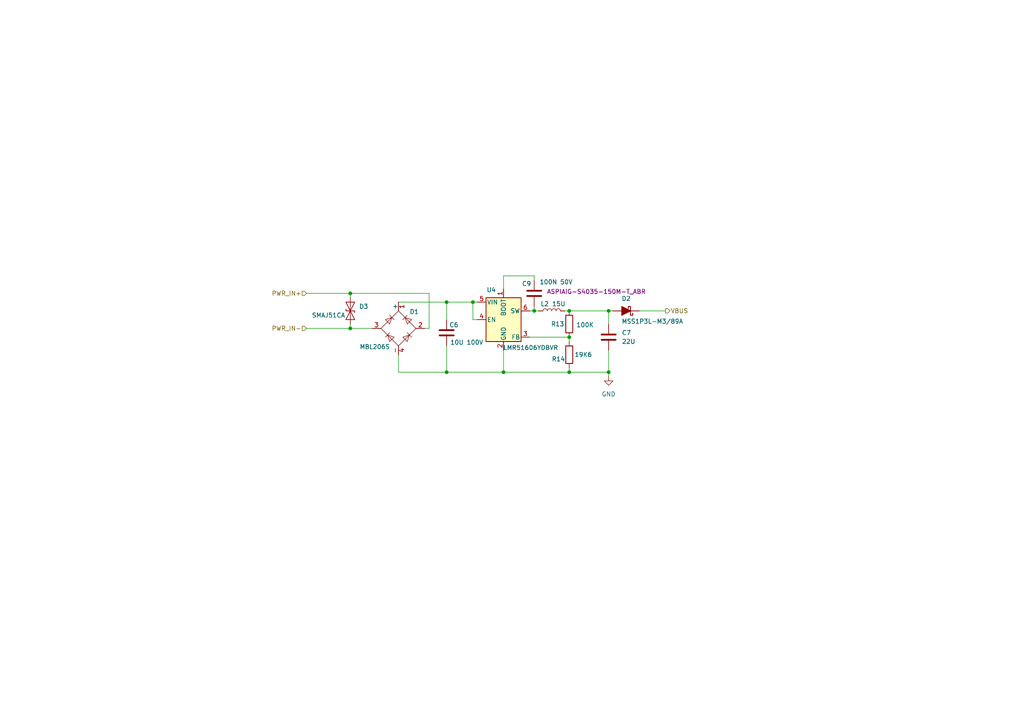
<source format=kicad_sch>
(kicad_sch (version 20250114) (generator "eeschema") (generator_version "9.0")
  (paper "A4")
  (title_block (title "Loco Decoder") (rev "1A") (company "AVED"))
  (lib_symbols
    (symbol "loco_decoder_lib:C" (pin_numbers (hide yes)) (pin_names (offset 0.254))
      (property "Reference" "C" (at 0.635 2.54 0))
      (property "Value" "C" (at 0.635 -2.54 0))
      (symbol "C_0_1"
        (polyline (pts (xy -2.032 0.762) (xy 2.032 0.762)) (stroke (width 0.508)))
        (polyline (pts (xy -2.032 -0.762) (xy 2.032 -0.762)) (stroke (width 0.508)))
      )
      (symbol "C_1_1"
        (pin passive line (at 0 3.81 270) (length 2.794) (name "~") (number "1"))
        (pin passive line (at 0 -3.81 90) (length 2.794) (name "~") (number "2"))
      )
    )
    (symbol "loco_decoder_lib:DCP3601CMR" (pin_names (offset 0.254))
      (property "Reference" "U3" (at -3.81 8.128 0))
      (property "Value" "DCP3601CMR" (at 7.62 -8.128 0))
      (symbol "DCP3601CMR_0_1"
        (rectangle (start -5.08 6.35) (end 5.08 -6.35) (stroke (width 0.254)) (fill (type background)))
      )
      (symbol "DCP3601CMR_1_1"
        (pin input line (at -7.62 5.08 0) (length 2.54) (name "VIN") (number "5"))
        (pin input line (at -7.62 0 0) (length 2.54) (name "EN") (number "4"))
        (pin passive line (at 0 8.89 270) (length 2.54) (name "BOOT") (number "1"))
        (pin passive line (at 0 -8.89 90) (length 2.54) (name "GND") (number "2"))
        (pin power_out line (at 7.62 2.54 180) (length 2.54) (name "SW") (number "6"))
        (pin passive line (at 7.62 -5.08 180) (length 2.54) (name "FB") (number "3"))
      )
    )
    (symbol "loco_decoder_lib:DF10S" (pin_names (offset 0))
      (property "Reference" "D1" (at 8.89 6.4202 0))
      (property "Value" "MBL206S" (at 8.89 3.8802 0))
      (symbol "DF10S_0_1"
        (polyline (pts (xy -5.08 0) (xy 0 -5.08) (xy 5.08 0) (xy 0 5.08) (xy -5.08 0)))
        (polyline (pts (xy -3.81 2.54) (xy -2.54 1.27) (xy -1.905 3.175) (xy -3.81 2.54)))
        (polyline (pts (xy -2.54 3.81) (xy -1.27 2.54)))
        (polyline (pts (xy -2.54 -1.27) (xy -3.81 -2.54) (xy -1.905 -3.175) (xy -2.54 -1.27)))
        (polyline (pts (xy -1.27 -2.54) (xy -2.54 -3.81)))
        (polyline (pts (xy 1.27 2.54) (xy 2.54 3.81) (xy 3.175 1.905) (xy 1.27 2.54)))
        (polyline (pts (xy 2.54 1.27) (xy 3.81 2.54)))
        (polyline (pts (xy 2.54 -1.27) (xy 3.81 -2.54)))
        (polyline (pts (xy 3.175 -1.905) (xy 1.27 -2.54) (xy 2.54 -3.81) (xy 3.175 -1.905)))
      )
      (symbol "DF10S_1_1"
        (pin passive line (at -7.62 0 0) (length 2.54) (name "-") (number "4"))
        (pin passive line (at 0 7.62 270) (length 2.54) (name "~") (number "2"))
        (pin passive line (at 0 -7.62 90) (length 2.54) (name "~") (number "3"))
        (pin passive line (at 7.62 0 180) (length 2.54) (name "+") (number "1"))
      )
    )
    (symbol "loco_decoder_lib:D_Schottky_Filled" (pin_numbers (hide yes)) (pin_names (offset 1.016) (hide yes))
      (property "Reference" "D" (at 0 2.54 0))
      (property "Value" "D_Schottky_Filled" (at 0 -2.54 0))
      (symbol "D_Schottky_Filled_0_1"
        (polyline (pts (xy -1.905 0.635) (xy -1.905 1.27) (xy -1.27 1.27) (xy -1.27 -1.27) (xy -0.635 -1.27) (xy -0.635 -0.635)) (stroke (width 0.254)))
        (polyline (pts (xy 1.27 1.27) (xy 1.27 -1.27) (xy -1.27 0) (xy 1.27 1.27)) (stroke (width 0.254)) (fill (type outline)))
        (polyline (pts (xy 1.27 0) (xy -1.27 0)))
      )
      (symbol "D_Schottky_Filled_1_1"
        (pin passive line (at -3.81 0 0) (length 2.54) (name "K") (number "2"))
        (pin passive line (at 3.81 0 180) (length 2.54) (name "A") (number "1"))
      )
    )
    (symbol "loco_decoder_lib:GND" (power) (pin_numbers (hide yes)) (pin_names (offset 0) (hide yes))
      (property "Value" "GND" (at 0 -3.81 0))
      (symbol "GND_0_1"
        (polyline (pts (xy 0 0) (xy 0 -1.27) (xy 1.27 -1.27) (xy 0 -2.54) (xy -1.27 -1.27) (xy 0 -1.27)))
      )
      (symbol "GND_1_1"
        (pin power_in line (at 0 0 270) (length 0) (name "~") (number "1"))
      )
    )
    (symbol "loco_decoder_lib:L" (pin_numbers (hide yes)) (pin_names (offset 1.016) (hide yes))
      (property "Reference" "L" (at -1.27 0 90))
      (property "Value" "L" (at 1.905 0 90))
      (symbol "L_0_1"
        (arc (start 0 2.54) (mid 0.6323 1.905) (end 0 1.27))
        (arc (start 0 1.27) (mid 0.6323 0.635) (end 0 0))
        (arc (start 0 0) (mid 0.6323 -0.635) (end 0 -1.27))
        (arc (start 0 -1.27) (mid 0.6323 -1.905) (end 0 -2.54))
      )
      (symbol "L_1_1"
        (pin passive line (at 0 3.81 270) (length 1.27) (name "1") (number "1"))
        (pin passive line (at 0 -3.81 90) (length 1.27) (name "2") (number "2"))
      )
    )
    (symbol "loco_decoder_lib:R" (pin_numbers (hide yes)) (pin_names (offset 0))
      (property "Reference" "R" (at 2.032 0 90))
      (property "Value" "R" (at 0 0 90))
      (symbol "R_0_1"
        (rectangle (start -1.016 -2.54) (end 1.016 2.54) (stroke (width 0.254)))
      )
      (symbol "R_1_1"
        (pin passive line (at 0 3.81 270) (length 1.27) (name "~") (number "1"))
        (pin passive line (at 0 -3.81 90) (length 1.27) (name "~") (number "2"))
      )
    )
    (symbol "loco_decoder_lib:SMAJ24CA" (pin_numbers (hide yes)) (pin_names (offset 1.016) (hide yes))
      (property "Reference" "D" (at 0 2.54 0))
      (property "Value" "SMAJ24CA" (at 0 -2.54 0))
      (symbol "SMAJ24CA_0_1"
        (polyline (pts (xy -2.54 -1.27) (xy 0 0) (xy -2.54 1.27) (xy -2.54 -1.27)) (stroke (width 0.2032)))
        (polyline (pts (xy 0.508 1.27) (xy 0 1.27) (xy 0 -1.27) (xy -0.508 -1.27)) (stroke (width 0.2032)))
        (polyline (pts (xy 1.27 0) (xy -1.27 0)))
        (polyline (pts (xy 2.54 1.27) (xy 2.54 -1.27) (xy 0 0) (xy 2.54 1.27)) (stroke (width 0.2032)))
      )
      (symbol "SMAJ24CA_1_1"
        (pin passive line (at -3.81 0 0) (length 2.54) (name "A1") (number "1"))
        (pin passive line (at 3.81 0 180) (length 2.54) (name "A2") (number "2"))
      )
    )
  )
  (junction (at 165.1 107.95))
  (junction (at 176.53 90.17))
  (junction (at 137.16 87.63))
  (junction (at 101.6 95.25))
  (junction (at 129.54 107.95))
  (junction (at 129.54 87.63))
  (junction (at 146.05 107.95))
  (junction (at 165.1 90.17))
  (junction (at 101.6 85.09))
  (junction (at 154.94 90.17))
  (junction (at 176.53 107.95))
  (junction (at 165.1 97.79))
  (wire (pts (xy 129.54 107.95) (xy 115.57 107.95)))
  (wire (pts (xy 176.53 90.17) (xy 177.8 90.17)))
  (wire (pts (xy 137.16 87.63) (xy 137.16 92.71)))
  (wire (pts (xy 165.1 107.95) (xy 146.05 107.95)))
  (wire (pts (xy 101.6 85.09) (xy 124.46 85.09)))
  (wire (pts (xy 115.57 102.87) (xy 115.57 107.95)))
  (wire (pts (xy 137.16 87.63) (xy 138.43 87.63)))
  (wire (pts (xy 129.54 87.63) (xy 137.16 87.63)))
  (wire (pts (xy 129.54 100.33) (xy 129.54 107.95)))
  (wire (pts (xy 146.05 107.95) (xy 146.05 101.6)))
  (wire (pts (xy 176.53 107.95) (xy 165.1 107.95)))
  (wire (pts (xy 101.6 95.25) (xy 107.95 95.25)))
  (wire (pts (xy 165.1 97.79) (xy 165.1 99.06)))
  (wire (pts (xy 154.94 90.17) (xy 156.21 90.17)))
  (wire (pts (xy 153.67 97.79) (xy 165.1 97.79)))
  (wire (pts (xy 154.94 80.01) (xy 154.94 81.28)))
  (wire (pts (xy 153.67 90.17) (xy 154.94 90.17)))
  (wire (pts (xy 129.54 92.71) (xy 129.54 87.63)))
  (wire (pts (xy 88.9 95.25) (xy 101.6 95.25)))
  (wire (pts (xy 124.46 85.09) (xy 124.46 95.25)))
  (wire (pts (xy 176.53 107.95) (xy 176.53 109.22)))
  (wire (pts (xy 185.42 90.17) (xy 193.04 90.17)))
  (wire (pts (xy 165.1 90.17) (xy 176.53 90.17)))
  (wire (pts (xy 146.05 107.95) (xy 129.54 107.95)))
  (wire (pts (xy 165.1 106.68) (xy 165.1 107.95)))
  (wire (pts (xy 124.46 95.25) (xy 123.19 95.25)))
  (wire (pts (xy 101.6 85.09) (xy 101.6 86.36)))
  (wire (pts (xy 146.05 83.82) (xy 146.05 80.01)))
  (wire (pts (xy 115.57 87.63) (xy 129.54 87.63)))
  (wire (pts (xy 176.53 93.98) (xy 176.53 90.17)))
  (wire (pts (xy 146.05 80.01) (xy 154.94 80.01)))
  (wire (pts (xy 138.43 92.71) (xy 137.16 92.71)))
  (wire (pts (xy 101.6 93.98) (xy 101.6 95.25)))
  (wire (pts (xy 154.94 88.9) (xy 154.94 90.17)))
  (wire (pts (xy 163.83 90.17) (xy 165.1 90.17)))
  (wire (pts (xy 88.9 85.09) (xy 101.6 85.09)))
  (wire (pts (xy 176.53 107.95) (xy 176.53 101.6)))
  (hierarchical_label "PWR_IN+" (shape input) (at 88.9 85.09 180))
  (hierarchical_label "VBUS" (shape output) (at 193.04 90.17 0))
  (hierarchical_label "PWR_IN-" (shape input) (at 88.9 95.25 180))
  (symbol (lib_id "loco_decoder_lib:D_Schottky_Filled") (at 181.61 90.17 180) (unit 1)
    (property "Reference" "D2" (at 181.61 86.614 0))
    (property "Value" "MSS1P3L-M3/89A" (at 189.23 93.218 0))
    (property "Footprint" "loco decoder v0.2:DIODE_MSP3V3-L" (effects (hide yes)))
    (property "Description" "Schottky diode, filled shape" (effects (hide yes)))
  )
  (symbol (lib_id "loco_decoder_lib:C") (at 154.94 85.09 0) (unit 1)
    (property "Reference" "C9" (at 151.384 82.296 0) (effects (justify left)))
    (property "Value" "100N 50V" (at 156.464 81.788 0) (effects (justify left)))
    (property "Footprint" "loco decoder v0.2:C_0805_2012Metric" (effects (hide yes)))
    (property "Description" "Unpolarized capacitor" (effects (hide yes)))
  )
  (symbol (lib_id "loco_decoder_lib:SMAJ24CA") (at 101.6 90.17 270) (unit 1)
    (property "Reference" "D3" (at 104.14 88.8999 90) (effects (justify left)))
    (property "Value" "SMAJ51CA" (at 90.424 91.44 90) (effects (justify left)))
    (property "Footprint" "Diode_SMD:D_SMA" (effects (hide yes)))
    (property "Datasheet" "https://www.littelfuse.com/media?resourcetype=datasheets&itemid=75e32973-b177-4ee3-a0ff-cedaf1abdb93&filename=smaj-datasheet" (effects (hide yes)))
    (property "Description" "400W bidirectional Transient Voltage Suppressor, 24.0Vr, SMA(DO-214AC)" (effects (hide yes)))
  )
  (symbol (lib_id "loco_decoder_lib:R") (at 165.1 93.98 0) (unit 1)
    (property "Reference" "R13" (at 159.766 93.98 0) (effects (justify left)))
    (property "Value" "100K" (at 167.132 94.234 0) (effects (justify left)))
    (property "Footprint" "loco decoder v0.2:R_0805_2012Metric" (effects (hide yes)))
    (property "Description" "Resistor" (effects (hide yes)))
  )
  (symbol (lib_id "loco_decoder_lib:R") (at 165.1 102.87 0) (unit 1)
    (property "Reference" "R14" (at 160.02 104.14 0) (effects (justify left)))
    (property "Value" "19K6" (at 166.624 102.87 0) (effects (justify left)))
    (property "Footprint" "loco decoder v0.2:R_0805_2012Metric" (effects (hide yes)))
    (property "Description" "Resistor" (effects (hide yes)))
  )
  (symbol (lib_id "loco_decoder_lib:C") (at 129.54 96.52 0) (unit 1)
    (property "Reference" "C6" (at 130.302 94.234 0) (effects (justify left)))
    (property "Value" "10U 100V" (at 130.556 99.314 0) (effects (justify left)))
    (property "Footprint" "Capacitor_SMD:C_1210_3225Metric" (effects (hide yes)))
    (property "Description" "Unpolarized capacitor" (effects (hide yes)))
  )
  (symbol (lib_id "loco_decoder_lib:GND") (at 176.53 109.22 0) (unit 1)
    (property "Reference" "#PWR021" (effects (hide yes)))
    (property "Value" "GND" (at 176.53 114.3 0))
    (property "Description" "Power symbol creates a global label with name \"GND\" , ground" (effects (hide yes)))
  )
  (symbol (lib_id "loco_decoder_lib:DCP3601CMR") (at 146.05 92.71 0) (unit 1)
    (property "Reference" "U4" (at 142.494 84.074 0))
    (property "Value" "LMR51606YDBVR" (at 153.924 100.838 0))
    (property "Footprint" "loco decoder v0.2:SOT-23-6" (effects (hide yes)))
    (property "Description" "65V, 10.6A synchronous step-down converter" (effects (hide yes)))
  )
  (symbol (lib_id "loco_decoder_lib:L") (at 160.02 90.17 90) (unit 1)
    (property "Reference" "L2" (at 157.988 88.138 90))
    (property "Value" "15U" (at 162.052 88.138 90))
    (property "Footprint" "loco decoder v0.2:WE-MAPI_4020" (effects (hide yes)))
    (property "Description" "ASPIAIG-S4035-150M-T_ABR" (at 172.974 84.582 90))
  )
  (symbol (lib_id "loco_decoder_lib:C") (at 176.53 97.79 0) (unit 1)
    (property "Reference" "C7" (at 180.34 96.5199 0) (effects (justify left)))
    (property "Value" "22U" (at 180.34 99.0599 0) (effects (justify left)))
    (property "Footprint" "loco decoder v0.2:C_0805_2012Metric" (effects (hide yes)))
    (property "Description" "Unpolarized capacitor" (effects (hide yes)))
  )
  (symbol (lib_id "loco_decoder_lib:DF10S") (at 115.57 95.25 270) (mirror x) (unit 1)
    (property "Reference" "D1" (at 120.142 90.424 90))
    (property "Value" "MBL206S" (at 108.712 100.584 90))
    (property "Footprint" "loco decoder v0.2:CD-MBL2xxS_BRN" (effects (hide yes)))
    (property "Datasheet" "https://www.onsemi.com/download/data-sheet/pdf/df10s-d.pdf" (effects (hide yes)))
    (property "Description" "Bridge Rectifier, 700V Vrms, 1.5A If, SMDIP-4" (effects (hide yes)))
  )
)
</source>
